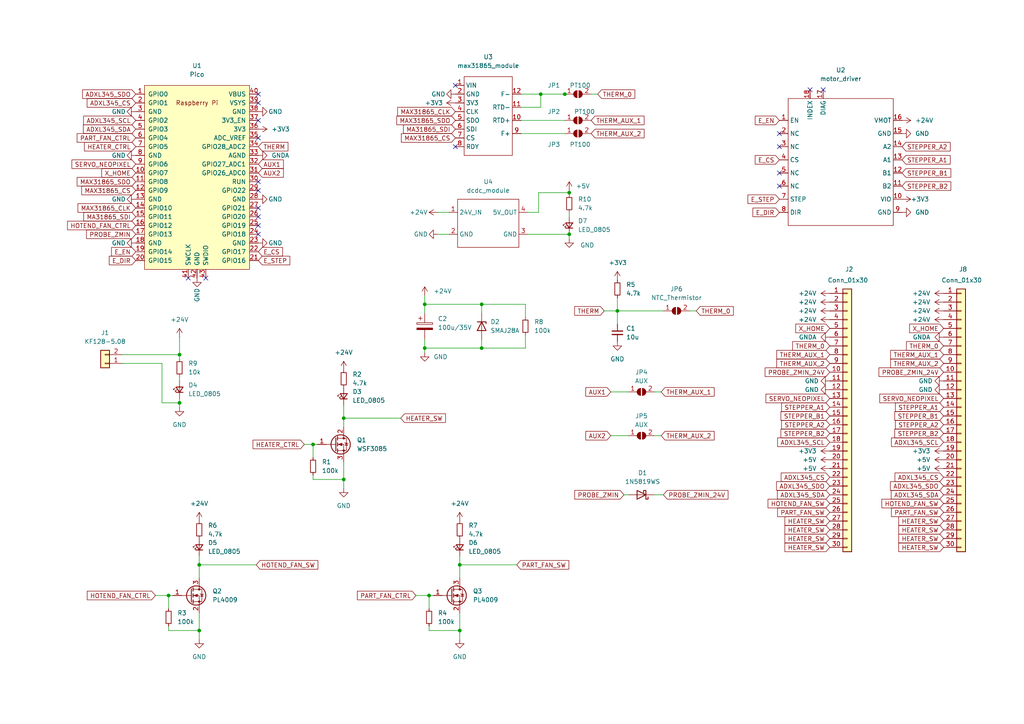
<source format=kicad_sch>
(kicad_sch (version 20211123) (generator eeschema)
  (paper "A4")
  (lib_symbols
    (symbol "Conn_01x02_1" (pin_names (offset 1.016) hide)
      (property "Reference" "J1" (at 0 6.35 0))
      (property "Value" "24VIN" (at 0 3.81 0))
      (symbol "Conn_01x02_1_1_1"
        (pin power_out line (at -5.08 0 0) (length 3.81) (name "Pin_1") (number "1"))
        (pin power_out line (at -5.08 -2.54 0) (length 3.81) (name "Pin_2") (number "2"))
      )
    )
    (symbol "Connector_Generic:Conn_01x30" (pin_names (offset 1.016) hide)
      (property "Reference" "J" (at 0 38.1 0))
      (property "Value" "Conn_01x30" (at 0 -40.64 0))
      (symbol "Conn_01x30_1_1"
        (pin passive line (at -5.08 35.56 0) (length 3.81) (name "Pin_1") (number "1"))
        (pin passive line (at -5.08 12.7 0) (length 3.81) (name "Pin_10") (number "10"))
        (pin passive line (at -5.08 10.16 0) (length 3.81) (name "Pin_11") (number "11"))
        (pin passive line (at -5.08 7.62 0) (length 3.81) (name "Pin_12") (number "12"))
        (pin passive line (at -5.08 5.08 0) (length 3.81) (name "Pin_13") (number "13"))
        (pin passive line (at -5.08 2.54 0) (length 3.81) (name "Pin_14") (number "14"))
        (pin passive line (at -5.08 0 0) (length 3.81) (name "Pin_15") (number "15"))
        (pin passive line (at -5.08 -2.54 0) (length 3.81) (name "Pin_16") (number "16"))
        (pin passive line (at -5.08 -5.08 0) (length 3.81) (name "Pin_17") (number "17"))
        (pin passive line (at -5.08 -7.62 0) (length 3.81) (name "Pin_18") (number "18"))
        (pin passive line (at -5.08 -10.16 0) (length 3.81) (name "Pin_19") (number "19"))
        (pin passive line (at -5.08 33.02 0) (length 3.81) (name "Pin_2") (number "2"))
        (pin passive line (at -5.08 -12.7 0) (length 3.81) (name "Pin_20") (number "20"))
        (pin passive line (at -5.08 -15.24 0) (length 3.81) (name "Pin_21") (number "21"))
        (pin passive line (at -5.08 -17.78 0) (length 3.81) (name "Pin_22") (number "22"))
        (pin passive line (at -5.08 -20.32 0) (length 3.81) (name "Pin_23") (number "23"))
        (pin passive line (at -5.08 -22.86 0) (length 3.81) (name "Pin_24") (number "24"))
        (pin passive line (at -5.08 -25.4 0) (length 3.81) (name "Pin_25") (number "25"))
        (pin passive line (at -5.08 -27.94 0) (length 3.81) (name "Pin_26") (number "26"))
        (pin passive line (at -5.08 -30.48 0) (length 3.81) (name "Pin_27") (number "27"))
        (pin passive line (at -5.08 -33.02 0) (length 3.81) (name "Pin_28") (number "28"))
        (pin passive line (at -5.08 -35.56 0) (length 3.81) (name "Pin_29") (number "29"))
        (pin passive line (at -5.08 30.48 0) (length 3.81) (name "Pin_3") (number "3"))
        (pin passive line (at -5.08 -38.1 0) (length 3.81) (name "Pin_30") (number "30"))
        (pin passive line (at -5.08 27.94 0) (length 3.81) (name "Pin_4") (number "4"))
        (pin passive line (at -5.08 25.4 0) (length 3.81) (name "Pin_5") (number "5"))
        (pin passive line (at -5.08 22.86 0) (length 3.81) (name "Pin_6") (number "6"))
        (pin passive line (at -5.08 20.32 0) (length 3.81) (name "Pin_7") (number "7"))
        (pin passive line (at -5.08 17.78 0) (length 3.81) (name "Pin_8") (number "8"))
        (pin passive line (at -5.08 15.24 0) (length 3.81) (name "Pin_9") (number "9"))
      )
    )
    (symbol "Device:C_Polarized" (pin_numbers hide) (pin_names (offset 0.254))
      (property "Reference" "C" (at 0.635 2.54 0))
      (property "Value" "C_Polarized" (at 0.635 -2.54 0))
      (symbol "C_Polarized_1_1"
        (pin passive line (at 0 3.81 270) (length 2.794) (name "~") (number "1"))
        (pin passive line (at 0 -3.81 90) (length 2.794) (name "~") (number "2"))
      )
    )
    (symbol "Device:C_Small" (pin_numbers hide) (pin_names (offset 0.254) hide)
      (property "Reference" "C" (at 0.254 1.778 0))
      (property "Value" "C_Small" (at 0.254 -2.032 0))
      (symbol "C_Small_1_1"
        (pin passive line (at 0 2.54 270) (length 2.032) (name "~") (number "1"))
        (pin passive line (at 0 -2.54 90) (length 2.032) (name "~") (number "2"))
      )
    )
    (symbol "Device:D_Schottky" (pin_numbers hide) (pin_names (offset 1.016) hide)
      (property "Reference" "D" (at 0 2.54 0))
      (property "Value" "D_Schottky" (at 0 -2.54 0))
      (symbol "D_Schottky_1_1"
        (pin passive line (at -3.81 0 0) (length 2.54) (name "K") (number "1"))
        (pin passive line (at 3.81 0 180) (length 2.54) (name "A") (number "2"))
      )
    )
    (symbol "Device:D_Zener" (pin_numbers hide) (pin_names (offset 1.016) hide)
      (property "Reference" "D" (at 0 2.54 0))
      (property "Value" "D_Zener" (at 0 -2.54 0))
      (symbol "D_Zener_1_1"
        (pin passive line (at -3.81 0 0) (length 2.54) (name "K") (number "1"))
        (pin passive line (at 3.81 0 180) (length 2.54) (name "A") (number "2"))
      )
    )
    (symbol "Device:LED_Small" (pin_numbers hide) (pin_names (offset 0.254) hide)
      (property "Reference" "D" (at -1.27 3.175 0))
      (property "Value" "LED_Small" (at -4.445 -2.54 0))
      (symbol "LED_Small_1_1"
        (pin passive line (at -2.54 0 0) (length 1.778) (name "K") (number "1"))
        (pin passive line (at 2.54 0 180) (length 1.778) (name "A") (number "2"))
      )
    )
    (symbol "Device:Q_NMOS_GDS" (pin_names (offset 0) hide)
      (property "Reference" "Q" (at 5.08 1.27 0))
      (property "Value" "Q_NMOS_GDS" (at 5.08 -1.27 0))
      (symbol "Q_NMOS_GDS_1_1"
        (pin input line (at -5.08 0 0) (length 2.54) (name "G") (number "1"))
        (pin passive line (at 2.54 5.08 270) (length 2.54) (name "D") (number "2"))
        (pin passive line (at 2.54 -5.08 90) (length 2.54) (name "S") (number "3"))
      )
    )
    (symbol "Device:Q_NMOS_GSD" (pin_names (offset 0) hide)
      (property "Reference" "Q" (at 5.08 1.27 0))
      (property "Value" "Q_NMOS_GSD" (at 5.08 -1.27 0))
      (symbol "Q_NMOS_GSD_1_1"
        (pin input line (at -5.08 0 0) (length 2.54) (name "G") (number "1"))
        (pin passive line (at 2.54 -5.08 90) (length 2.54) (name "S") (number "2"))
        (pin passive line (at 2.54 5.08 270) (length 2.54) (name "D") (number "3"))
      )
    )
    (symbol "Device:R_Small" (pin_numbers hide) (pin_names (offset 0.254) hide)
      (property "Reference" "R" (at 0.762 0.508 0))
      (property "Value" "R_Small" (at 0.762 -1.016 0))
      (symbol "R_Small_1_1"
        (pin passive line (at 0 2.54 270) (length 0.762) (name "~") (number "1"))
        (pin passive line (at 0 -2.54 90) (length 0.762) (name "~") (number "2"))
      )
    )
    (symbol "Jumper:SolderJumper_2_Open" (pin_names (offset 0) hide)
      (property "Reference" "JP" (at 0 2.032 0))
      (property "Value" "SolderJumper_2_Open" (at 0 -2.54 0))
      (symbol "SolderJumper_2_Open_1_1"
        (pin passive line (at -3.81 0 0) (length 2.54) (name "A") (number "1"))
        (pin passive line (at 3.81 0 180) (length 2.54) (name "B") (number "2"))
      )
    )
    (symbol "RPi_Pico:Pico" (pin_names (offset 1.016))
      (property "Reference" "U" (at -13.97 27.94 0))
      (property "Value" "Pico" (at 0 19.05 0))
      (symbol "Pico_0_0"
        (text "Raspberry Pi" (at 0 21.59 0) (effects (font (size 1.27 1.27))))
      )
      (symbol "Pico_1_1"
        (pin bidirectional line (at -17.78 24.13 0) (length 2.54) (name "GPIO0") (number "1"))
        (pin bidirectional line (at -17.78 1.27 0) (length 2.54) (name "GPIO7") (number "10"))
        (pin bidirectional line (at -17.78 -1.27 0) (length 2.54) (name "GPIO8") (number "11"))
        (pin bidirectional line (at -17.78 -3.81 0) (length 2.54) (name "GPIO9") (number "12"))
        (pin power_in line (at -17.78 -6.35 0) (length 2.54) (name "GND") (number "13"))
        (pin bidirectional line (at -17.78 -8.89 0) (length 2.54) (name "GPIO10") (number "14"))
        (pin bidirectional line (at -17.78 -11.43 0) (length 2.54) (name "GPIO11") (number "15"))
        (pin bidirectional line (at -17.78 -13.97 0) (length 2.54) (name "GPIO12") (number "16"))
        (pin bidirectional line (at -17.78 -16.51 0) (length 2.54) (name "GPIO13") (number "17"))
        (pin power_in line (at -17.78 -19.05 0) (length 2.54) (name "GND") (number "18"))
        (pin bidirectional line (at -17.78 -21.59 0) (length 2.54) (name "GPIO14") (number "19"))
        (pin bidirectional line (at -17.78 21.59 0) (length 2.54) (name "GPIO1") (number "2"))
        (pin bidirectional line (at -17.78 -24.13 0) (length 2.54) (name "GPIO15") (number "20"))
        (pin bidirectional line (at 17.78 -24.13 180) (length 2.54) (name "GPIO16") (number "21"))
        (pin bidirectional line (at 17.78 -21.59 180) (length 2.54) (name "GPIO17") (number "22"))
        (pin power_in line (at 17.78 -19.05 180) (length 2.54) (name "GND") (number "23"))
        (pin bidirectional line (at 17.78 -16.51 180) (length 2.54) (name "GPIO18") (number "24"))
        (pin bidirectional line (at 17.78 -13.97 180) (length 2.54) (name "GPIO19") (number "25"))
        (pin bidirectional line (at 17.78 -11.43 180) (length 2.54) (name "GPIO20") (number "26"))
        (pin bidirectional line (at 17.78 -8.89 180) (length 2.54) (name "GPIO21") (number "27"))
        (pin power_in line (at 17.78 -6.35 180) (length 2.54) (name "GND") (number "28"))
        (pin bidirectional line (at 17.78 -3.81 180) (length 2.54) (name "GPIO22") (number "29"))
        (pin power_in line (at -17.78 19.05 0) (length 2.54) (name "GND") (number "3"))
        (pin input line (at 17.78 -1.27 180) (length 2.54) (name "RUN") (number "30"))
        (pin bidirectional line (at 17.78 1.27 180) (length 2.54) (name "GPIO26_ADC0") (number "31"))
        (pin bidirectional line (at 17.78 3.81 180) (length 2.54) (name "GPIO27_ADC1") (number "32"))
        (pin power_in line (at 17.78 6.35 180) (length 2.54) (name "AGND") (number "33"))
        (pin bidirectional line (at 17.78 8.89 180) (length 2.54) (name "GPIO28_ADC2") (number "34"))
        (pin unspecified line (at 17.78 11.43 180) (length 2.54) (name "ADC_VREF") (number "35"))
        (pin unspecified line (at 17.78 13.97 180) (length 2.54) (name "3V3") (number "36"))
        (pin input line (at 17.78 16.51 180) (length 2.54) (name "3V3_EN") (number "37"))
        (pin bidirectional line (at 17.78 19.05 180) (length 2.54) (name "GND") (number "38"))
        (pin unspecified line (at 17.78 21.59 180) (length 2.54) (name "VSYS") (number "39"))
        (pin bidirectional line (at -17.78 16.51 0) (length 2.54) (name "GPIO2") (number "4"))
        (pin unspecified line (at 17.78 24.13 180) (length 2.54) (name "VBUS") (number "40"))
        (pin input line (at -2.54 -29.21 90) (length 2.54) (name "SWCLK") (number "41"))
        (pin power_in line (at 0 -29.21 90) (length 2.54) (name "GND") (number "42"))
        (pin bidirectional line (at 2.54 -29.21 90) (length 2.54) (name "SWDIO") (number "43"))
        (pin bidirectional line (at -17.78 13.97 0) (length 2.54) (name "GPIO3") (number "5"))
        (pin bidirectional line (at -17.78 11.43 0) (length 2.54) (name "GPIO4") (number "6"))
        (pin bidirectional line (at -17.78 8.89 0) (length 2.54) (name "GPIO5") (number "7"))
        (pin power_in line (at -17.78 6.35 0) (length 2.54) (name "GND") (number "8"))
        (pin bidirectional line (at -17.78 3.81 0) (length 2.54) (name "GPIO6") (number "9"))
      )
    )
    (symbol "ffc_mcu_library:dcdc_module"
      (property "Reference" "U" (at 0 10.16 0))
      (property "Value" "dcdc_module" (at 0 7.62 0))
      (symbol "dcdc_module_1_1"
        (pin unspecified line (at -11.43 1.27 0) (length 2.54) (name "24V_IN") (number "1"))
        (pin unspecified line (at -11.43 -5.08 0) (length 2.54) (name "GND") (number "2"))
        (pin unspecified line (at 11.43 -5.08 180) (length 2.54) (name "GND") (number "3"))
        (pin unspecified line (at 11.43 1.27 180) (length 2.54) (name "5V_OUT") (number "4"))
      )
    )
    (symbol "ffc_mcu_library:max31865_module"
      (property "Reference" "U" (at 0 8.89 0))
      (property "Value" "max31865_module" (at 0 -19.05 0))
      (symbol "max31865_module_1_1"
        (pin power_in line (at -8.89 3.81 0) (length 2.54) (name "VIN") (number "1"))
        (pin input line (at 10.16 -6.35 180) (length 2.54) (name "RTD+") (number "10"))
        (pin input line (at 10.16 -2.54 180) (length 2.54) (name "RTD-") (number "11"))
        (pin input line (at 10.16 1.27 180) (length 2.54) (name "F-") (number "12"))
        (pin power_in line (at -8.89 1.27 0) (length 2.54) (name "GND") (number "2"))
        (pin power_in line (at -8.89 -1.27 0) (length 2.54) (name "3V3") (number "3"))
        (pin input line (at -8.89 -3.81 0) (length 2.54) (name "CLK") (number "4"))
        (pin output line (at -8.89 -6.35 0) (length 2.54) (name "SDO") (number "5"))
        (pin input line (at -8.89 -8.89 0) (length 2.54) (name "SDI") (number "6"))
        (pin input line (at -8.89 -11.43 0) (length 2.54) (name "CS") (number "7"))
        (pin input line (at -8.89 -13.97 0) (length 2.54) (name "RDY") (number "8"))
        (pin input line (at 10.16 -10.16 180) (length 2.54) (name "F+") (number "9"))
      )
    )
    (symbol "ffc_mcu_library:motor_driver"
      (property "Reference" "U" (at 0 2.54 0))
      (property "Value" "motor_driver" (at 0 -1.27 0))
      (symbol "motor_driver_1_1"
        (pin unspecified line (at -17.78 12.7 0) (length 2.54) (name "EN") (number "1"))
        (pin power_in line (at 17.78 -10.16 180) (length 2.54) (name "VIO") (number "10"))
        (pin output line (at 17.78 -6.35 180) (length 2.54) (name "B2") (number "11"))
        (pin output line (at 17.78 -2.54 180) (length 2.54) (name "B1") (number "12"))
        (pin output line (at 17.78 1.27 180) (length 2.54) (name "A1") (number "13"))
        (pin output line (at 17.78 5.08 180) (length 2.54) (name "A2") (number "14"))
        (pin unspecified line (at 17.78 8.89 180) (length 2.54) (name "GND") (number "15"))
        (pin power_in line (at 17.78 12.7 180) (length 2.54) (name "VMOT") (number "16"))
        (pin unspecified line (at -5.08 21.59 270) (length 2.54) (name "DIAG") (number "17"))
        (pin unspecified line (at -8.89 21.59 270) (length 2.54) (name "INDEX") (number "18"))
        (pin unspecified line (at -17.78 8.89 0) (length 2.54) (name "NC") (number "2"))
        (pin unspecified line (at -17.78 5.08 0) (length 2.54) (name "NC") (number "3"))
        (pin unspecified line (at -17.78 1.27 0) (length 2.54) (name "CS") (number "4"))
        (pin unspecified line (at -17.78 -2.54 0) (length 2.54) (name "NC") (number "5"))
        (pin unspecified line (at -17.78 -6.35 0) (length 2.54) (name "NC") (number "6"))
        (pin unspecified line (at -17.78 -10.16 0) (length 2.54) (name "STEP") (number "7"))
        (pin unspecified line (at -17.78 -13.97 0) (length 2.54) (name "DIR") (number "8"))
        (pin unspecified line (at 17.78 -13.97 180) (length 2.54) (name "GND") (number "9"))
      )
    )
    (symbol "power:+24V" (power) (pin_names (offset 0))
      (property "Value" "+24V" (at 0 3.556 0))
      (symbol "+24V_1_1"
        (pin power_in line (at 0 0 90) (length 0) hide (name "+24V") (number "1"))
      )
    )
    (symbol "power:+3.3V" (power) (pin_names (offset 0))
      (property "Value" "+3.3V" (at 0 3.556 0))
      (symbol "+3.3V_1_1"
        (pin power_in line (at 0 0 90) (length 0) hide (name "+3V3") (number "1"))
      )
    )
    (symbol "power:+5V" (power) (pin_names (offset 0))
      (property "Value" "+5V" (at 0 3.556 0))
      (symbol "+5V_1_1"
        (pin power_in line (at 0 0 90) (length 0) hide (name "+5V") (number "1"))
      )
    )
    (symbol "power:GND" (power) (pin_names (offset 0))
      (property "Value" "GND" (at 0 -3.81 0))
      (symbol "GND_1_1"
        (pin power_in line (at 0 0 270) (length 0) hide (name "GND") (number "1"))
      )
    )
    (symbol "power:GNDA" (power) (pin_names (offset 0))
      (property "Value" "GNDA" (at 0 -3.81 0))
      (symbol "GNDA_1_1"
        (pin power_in line (at 0 0 270) (length 0) hide (name "GNDA") (number "1"))
      )
    )
  )
  (junction (at 179.07 90.17))
  (junction (at 99.695 121.285))
  (junction (at 48.895 172.72))
  (junction (at 139.7 88.265))
  (junction (at 123.19 88.265))
  (junction (at 156.845 27.305))
  (junction (at 165.1 55.88))
  (junction (at 52.07 116.84))
  (junction (at 123.19 100.965))
  (junction (at 163.83 27.305))
  (junction (at 52.07 102.87))
  (junction (at 133.35 182.88))
  (junction (at 133.35 163.83))
  (junction (at 57.785 163.83))
  (junction (at 99.695 139.065))
  (junction (at 165.1 67.945))
  (junction (at 124.46 172.72))
  (junction (at 57.785 182.88))
  (junction (at 90.805 128.905))
  (junction (at 139.7 100.965))
  (no_connect (at 238.76 26.035))
  (no_connect (at 234.95 26.035))
  (no_connect (at 132.08 24.765))
  (no_connect (at 132.08 42.545))
  (no_connect (at 226.06 38.735))
  (no_connect (at 226.06 42.545))
  (no_connect (at 226.06 50.165))
  (no_connect (at 226.06 53.975))
  (no_connect (at 54.61 80.645))
  (no_connect (at 59.69 80.645))
  (no_connect (at 74.93 34.925))
  (no_connect (at 74.93 29.845))
  (no_connect (at 74.93 27.305))
  (no_connect (at 74.93 40.005))
  (no_connect (at 74.93 52.705))
  (no_connect (at 74.93 55.245))
  (no_connect (at 74.93 60.325))
  (no_connect (at 74.93 62.865))
  (no_connect (at 74.93 65.405))
  (no_connect (at 74.93 67.945))
  (wire (pts (xy 152.4 88.265) (xy 152.4 92.075)))
  (wire (pts (xy 179.07 90.17) (xy 192.405 90.17)))
  (wire (pts (xy 165.1 55.245) (xy 165.1 55.88)))
  (wire (pts (xy 52.07 102.87) (xy 52.07 104.14)))
  (wire (pts (xy 48.895 182.88) (xy 57.785 182.88)))
  (wire (pts (xy 152.4 97.155) (xy 152.4 100.965)))
  (wire (pts (xy 57.785 163.83) (xy 74.295 163.83)))
  (wire (pts (xy 52.07 116.84) (xy 52.07 118.11)))
  (wire (pts (xy 133.35 177.8) (xy 133.35 182.88)))
  (wire (pts (xy 124.46 182.88) (xy 133.35 182.88)))
  (wire (pts (xy 156.21 55.88) (xy 156.21 61.595)))
  (wire (pts (xy 189.865 143.51) (xy 192.405 143.51)))
  (wire (pts (xy 151.13 27.305) (xy 156.845 27.305)))
  (wire (pts (xy 153.035 67.945) (xy 165.1 67.945)))
  (wire (pts (xy 46.99 116.84) (xy 52.07 116.84)))
  (wire (pts (xy 179.07 86.36) (xy 179.07 90.17)))
  (wire (pts (xy 45.085 172.72) (xy 48.895 172.72)))
  (wire (pts (xy 177.165 126.365) (xy 182.245 126.365)))
  (wire (pts (xy 200.025 90.17) (xy 201.93 90.17)))
  (wire (pts (xy 180.975 143.51) (xy 182.245 143.51)))
  (wire (pts (xy 139.7 100.965) (xy 123.19 100.965)))
  (wire (pts (xy 52.07 115.57) (xy 52.07 116.84)))
  (wire (pts (xy 123.19 100.965) (xy 123.19 102.235)))
  (wire (pts (xy 133.35 163.83) (xy 133.35 161.29)))
  (wire (pts (xy 151.13 34.925) (xy 163.83 34.925)))
  (wire (pts (xy 35.56 102.87) (xy 52.07 102.87)))
  (wire (pts (xy 90.805 137.795) (xy 90.805 139.065)))
  (wire (pts (xy 120.65 172.72) (xy 124.46 172.72)))
  (wire (pts (xy 133.35 182.88) (xy 133.35 185.42)))
  (wire (pts (xy 57.785 177.8) (xy 57.785 182.88)))
  (wire (pts (xy 124.46 172.72) (xy 124.46 176.53)))
  (wire (pts (xy 189.865 126.365) (xy 191.77 126.365)))
  (wire (pts (xy 52.07 109.22) (xy 52.07 110.49)))
  (wire (pts (xy 165.1 67.945) (xy 165.1 69.215)))
  (wire (pts (xy 46.99 105.41) (xy 46.99 116.84)))
  (wire (pts (xy 151.13 31.115) (xy 156.845 31.115)))
  (wire (pts (xy 152.4 100.965) (xy 139.7 100.965)))
  (wire (pts (xy 48.895 172.72) (xy 48.895 176.53)))
  (wire (pts (xy 123.19 98.425) (xy 123.19 100.965)))
  (wire (pts (xy 139.7 88.265) (xy 139.7 90.805)))
  (wire (pts (xy 99.695 133.985) (xy 99.695 139.065)))
  (wire (pts (xy 165.1 55.88) (xy 165.1 56.515)))
  (wire (pts (xy 124.46 172.72) (xy 125.73 172.72)))
  (wire (pts (xy 177.165 113.665) (xy 182.245 113.665)))
  (wire (pts (xy 124.46 181.61) (xy 124.46 182.88)))
  (wire (pts (xy 151.13 38.735) (xy 163.83 38.735)))
  (wire (pts (xy 133.35 163.83) (xy 149.86 163.83)))
  (wire (pts (xy 163.83 27.305) (xy 164.465 27.305)))
  (wire (pts (xy 52.07 102.87) (xy 52.07 97.79)))
  (wire (pts (xy 156.845 27.305) (xy 163.83 27.305)))
  (wire (pts (xy 88.265 128.905) (xy 90.805 128.905)))
  (wire (pts (xy 123.19 88.265) (xy 123.19 90.805)))
  (wire (pts (xy 57.785 182.88) (xy 57.785 185.42)))
  (wire (pts (xy 99.695 121.285) (xy 99.695 123.825)))
  (wire (pts (xy 90.805 139.065) (xy 99.695 139.065)))
  (wire (pts (xy 171.45 27.305) (xy 173.355 27.305)))
  (wire (pts (xy 189.865 113.665) (xy 191.77 113.665)))
  (wire (pts (xy 90.805 128.905) (xy 92.075 128.905)))
  (wire (pts (xy 123.19 88.265) (xy 139.7 88.265)))
  (wire (pts (xy 90.805 128.905) (xy 90.805 132.715)))
  (wire (pts (xy 127 67.945) (xy 130.175 67.945)))
  (wire (pts (xy 48.895 181.61) (xy 48.895 182.88)))
  (wire (pts (xy 99.695 117.475) (xy 99.695 121.285)))
  (wire (pts (xy 99.695 121.285) (xy 116.205 121.285)))
  (wire (pts (xy 133.35 163.83) (xy 133.35 167.64)))
  (wire (pts (xy 35.56 105.41) (xy 46.99 105.41)))
  (wire (pts (xy 57.785 163.83) (xy 57.785 161.29)))
  (wire (pts (xy 139.7 88.265) (xy 152.4 88.265)))
  (wire (pts (xy 156.845 27.305) (xy 156.845 31.115)))
  (wire (pts (xy 175.26 90.17) (xy 179.07 90.17)))
  (wire (pts (xy 165.1 55.88) (xy 156.21 55.88)))
  (wire (pts (xy 48.895 172.72) (xy 50.165 172.72)))
  (wire (pts (xy 127 61.595) (xy 130.175 61.595)))
  (wire (pts (xy 139.7 98.425) (xy 139.7 100.965)))
  (wire (pts (xy 153.035 61.595) (xy 156.21 61.595)))
  (wire (pts (xy 165.1 61.595) (xy 165.1 62.865)))
  (wire (pts (xy 99.695 139.065) (xy 99.695 141.605)))
  (wire (pts (xy 179.07 90.17) (xy 179.07 93.98)))
  (wire (pts (xy 57.785 163.83) (xy 57.785 167.64)))
  (wire (pts (xy 123.19 85.725) (xy 123.19 88.265)))
  (global_label "SERVO_NEOPIXEL" (shape input) (at 39.37 47.625 180) (property "Intersheet References" "${INTERSHEET_REFS}" (effects hide)))
  (global_label "STEPPER_A1" (shape input) (at 273.685 118.11 180) (property "Intersheet References" "${INTERSHEET_REFS}" (effects hide)))
  (global_label "THERM_0" (shape input) (at 201.93 90.17 0) (property "Intersheet References" "${INTERSHEET_REFS}" (effects hide)))
  (global_label "HEATER_SW" (shape input) (at 273.685 158.75 180) (property "Intersheet References" "${INTERSHEET_REFS}" (effects hide)))
  (global_label "PART_FAN_SW" (shape input) (at 273.685 148.59 180) (property "Intersheet References" "${INTERSHEET_REFS}" (effects hide)))
  (global_label "HEATER_SW" (shape input) (at 116.205 121.285 0) (property "Intersheet References" "${INTERSHEET_REFS}" (effects hide)))
  (global_label "E_STEP" (shape input) (at 74.93 75.565 0) (property "Intersheet References" "${INTERSHEET_REFS}" (effects hide)))
  (global_label "STEPPER_A2" (shape input) (at 273.685 123.19 180) (property "Intersheet References" "${INTERSHEET_REFS}" (effects hide)))
  (global_label "SERVO_NEOPIXEL" (shape input) (at 273.685 115.57 180) (property "Intersheet References" "${INTERSHEET_REFS}" (effects hide)))
  (global_label "ADXL345_SCL" (shape input) (at 273.685 128.27 180) (property "Intersheet References" "${INTERSHEET_REFS}" (effects hide)))
  (global_label "MA31865_SDI" (shape input) (at 132.08 37.465 180) (property "Intersheet References" "${INTERSHEET_REFS}" (effects hide)))
  (global_label "HEATER_SW" (shape input) (at 240.665 156.21 180) (property "Intersheet References" "${INTERSHEET_REFS}" (effects hide)))
  (global_label "X_HOME" (shape input) (at 39.37 50.165 180) (property "Intersheet References" "${INTERSHEET_REFS}" (effects hide)))
  (global_label "THERM" (shape input) (at 175.26 90.17 180) (property "Intersheet References" "${INTERSHEET_REFS}" (effects hide)))
  (global_label "THERM_AUX_1" (shape input) (at 240.665 102.87 180) (property "Intersheet References" "${INTERSHEET_REFS}" (effects hide)))
  (global_label "PROBE_ZMIN_24V" (shape input) (at 240.665 107.95 180) (property "Intersheet References" "${INTERSHEET_REFS}" (effects hide)))
  (global_label "THERM_AUX_1" (shape input) (at 191.77 113.665 0) (property "Intersheet References" "${INTERSHEET_REFS}" (effects hide)))
  (global_label "ADXL345_CS" (shape input) (at 240.665 138.43 180) (property "Intersheet References" "${INTERSHEET_REFS}" (effects hide)))
  (global_label "ADXL345_SDO" (shape input) (at 240.665 140.97 180) (property "Intersheet References" "${INTERSHEET_REFS}" (effects hide)))
  (global_label "HOTEND_FAN_SW" (shape input) (at 273.685 146.05 180) (property "Intersheet References" "${INTERSHEET_REFS}" (effects hide)))
  (global_label "HEATER_SW" (shape input) (at 240.665 151.13 180) (property "Intersheet References" "${INTERSHEET_REFS}" (effects hide)))
  (global_label "MAX31865_SDO" (shape input) (at 132.08 34.925 180) (property "Intersheet References" "${INTERSHEET_REFS}" (effects hide)))
  (global_label "AUX2" (shape input) (at 74.93 50.165 0) (property "Intersheet References" "${INTERSHEET_REFS}" (effects hide)))
  (global_label "ADXL345_SDA" (shape input) (at 39.37 37.465 180) (property "Intersheet References" "${INTERSHEET_REFS}" (effects hide)))
  (global_label "E_DIR" (shape input) (at 226.06 61.595 180) (property "Intersheet References" "${INTERSHEET_REFS}" (effects hide)))
  (global_label "THERM_AUX_2" (shape input) (at 171.45 38.735 0) (property "Intersheet References" "${INTERSHEET_REFS}" (effects hide)))
  (global_label "ADXL345_CS" (shape input) (at 273.685 138.43 180) (property "Intersheet References" "${INTERSHEET_REFS}" (effects hide)))
  (global_label "MAX31865_SDO" (shape input) (at 39.37 52.705 180) (property "Intersheet References" "${INTERSHEET_REFS}" (effects hide)))
  (global_label "PART_FAN_SW" (shape input) (at 149.86 163.83 0) (property "Intersheet References" "${INTERSHEET_REFS}" (effects hide)))
  (global_label "THERM" (shape input) (at 74.93 42.545 0) (property "Intersheet References" "${INTERSHEET_REFS}" (effects hide)))
  (global_label "E_EN" (shape input) (at 226.06 34.925 180) (property "Intersheet References" "${INTERSHEET_REFS}" (effects hide)))
  (global_label "AUX2" (shape input) (at 177.165 126.365 180) (property "Intersheet References" "${INTERSHEET_REFS}" (effects hide)))
  (global_label "THERM_AUX_2" (shape input) (at 191.77 126.365 0) (property "Intersheet References" "${INTERSHEET_REFS}" (effects hide)))
  (global_label "ADXL345_SDA" (shape input) (at 273.685 143.51 180) (property "Intersheet References" "${INTERSHEET_REFS}" (effects hide)))
  (global_label "ADXL345_SDO" (shape input) (at 273.685 140.97 180) (property "Intersheet References" "${INTERSHEET_REFS}" (effects hide)))
  (global_label "PROBE_ZMIN_24V" (shape input) (at 273.685 107.95 180) (property "Intersheet References" "${INTERSHEET_REFS}" (effects hide)))
  (global_label "THERM_AUX_2" (shape input) (at 273.685 105.41 180) (property "Intersheet References" "${INTERSHEET_REFS}" (effects hide)))
  (global_label "HOTEND_FAN_SW" (shape input) (at 240.665 146.05 180) (property "Intersheet References" "${INTERSHEET_REFS}" (effects hide)))
  (global_label "HEATER_SW" (shape input) (at 273.685 153.67 180) (property "Intersheet References" "${INTERSHEET_REFS}" (effects hide)))
  (global_label "MAX31865_CS" (shape input) (at 132.08 40.005 180) (property "Intersheet References" "${INTERSHEET_REFS}" (effects hide)))
  (global_label "STEPPER_B2" (shape input) (at 261.62 53.975 0) (property "Intersheet References" "${INTERSHEET_REFS}" (effects hide)))
  (global_label "HEATER_SW" (shape input) (at 273.685 156.21 180) (property "Intersheet References" "${INTERSHEET_REFS}" (effects hide)))
  (global_label "STEPPER_B1" (shape input) (at 273.685 120.65 180) (property "Intersheet References" "${INTERSHEET_REFS}" (effects hide)))
  (global_label "PROBE_ZMIN" (shape input) (at 180.975 143.51 180) (property "Intersheet References" "${INTERSHEET_REFS}" (effects hide)))
  (global_label "HOTEND_FAN_CTRL" (shape input) (at 45.085 172.72 180) (property "Intersheet References" "${INTERSHEET_REFS}" (effects hide)))
  (global_label "E_CS" (shape input) (at 74.93 73.025 0) (property "Intersheet References" "${INTERSHEET_REFS}" (effects hide)))
  (global_label "PART_FAN_CTRL" (shape input) (at 120.65 172.72 180) (property "Intersheet References" "${INTERSHEET_REFS}" (effects hide)))
  (global_label "STEPPER_A1" (shape input) (at 261.62 46.355 0) (property "Intersheet References" "${INTERSHEET_REFS}" (effects hide)))
  (global_label "ADXL345_SCL" (shape input) (at 240.665 128.27 180) (property "Intersheet References" "${INTERSHEET_REFS}" (effects hide)))
  (global_label "ADXL345_SDA" (shape input) (at 240.665 143.51 180) (property "Intersheet References" "${INTERSHEET_REFS}" (effects hide)))
  (global_label "PROBE_ZMIN" (shape input) (at 39.37 67.945 180) (property "Intersheet References" "${INTERSHEET_REFS}" (effects hide)))
  (global_label "MA31865_SDI" (shape input) (at 39.37 62.865 180) (property "Intersheet References" "${INTERSHEET_REFS}" (effects hide)))
  (global_label "HEATER_SW" (shape input) (at 273.685 151.13 180) (property "Intersheet References" "${INTERSHEET_REFS}" (effects hide)))
  (global_label "HEATER_SW" (shape input) (at 240.665 153.67 180) (property "Intersheet References" "${INTERSHEET_REFS}" (effects hide)))
  (global_label "STEPPER_B1" (shape input) (at 240.665 120.65 180) (property "Intersheet References" "${INTERSHEET_REFS}" (effects hide)))
  (global_label "THERM_0" (shape input) (at 173.355 27.305 0) (property "Intersheet References" "${INTERSHEET_REFS}" (effects hide)))
  (global_label "MAX31865_CLK" (shape input) (at 39.37 60.325 180) (property "Intersheet References" "${INTERSHEET_REFS}" (effects hide)))
  (global_label "E_STEP" (shape input) (at 226.06 57.785 180) (property "Intersheet References" "${INTERSHEET_REFS}" (effects hide)))
  (global_label "E_DIR" (shape input) (at 39.37 75.565 180) (property "Intersheet References" "${INTERSHEET_REFS}" (effects hide)))
  (global_label "X_HOME" (shape input) (at 240.665 95.25 180) (property "Intersheet References" "${INTERSHEET_REFS}" (effects hide)))
  (global_label "STEPPER_A2" (shape input) (at 261.62 42.545 0) (property "Intersheet References" "${INTERSHEET_REFS}" (effects hide)))
  (global_label "THERM_0" (shape input) (at 273.685 100.33 180) (property "Intersheet References" "${INTERSHEET_REFS}" (effects hide)))
  (global_label "HOTEND_FAN_CTRL" (shape input) (at 39.37 65.405 180) (property "Intersheet References" "${INTERSHEET_REFS}" (effects hide)))
  (global_label "E_CS" (shape input) (at 226.06 46.355 180) (property "Intersheet References" "${INTERSHEET_REFS}" (effects hide)))
  (global_label "PART_FAN_CTRL" (shape input) (at 39.37 40.005 180) (property "Intersheet References" "${INTERSHEET_REFS}" (effects hide)))
  (global_label "AUX1" (shape input) (at 74.93 47.625 0) (property "Intersheet References" "${INTERSHEET_REFS}" (effects hide)))
  (global_label "AUX1" (shape input) (at 177.165 113.665 180) (property "Intersheet References" "${INTERSHEET_REFS}" (effects hide)))
  (global_label "ADXL345_SCL" (shape input) (at 39.37 34.925 180) (property "Intersheet References" "${INTERSHEET_REFS}" (effects hide)))
  (global_label "ADXL345_SDO" (shape input) (at 39.37 27.305 180) (property "Intersheet References" "${INTERSHEET_REFS}" (effects hide)))
  (global_label "HEATER_CTRL" (shape input) (at 39.37 42.545 180) (property "Intersheet References" "${INTERSHEET_REFS}" (effects hide)))
  (global_label "X_HOME" (shape input) (at 273.685 95.25 180) (property "Intersheet References" "${INTERSHEET_REFS}" (effects hide)))
  (global_label "STEPPER_B2" (shape input) (at 273.685 125.73 180) (property "Intersheet References" "${INTERSHEET_REFS}" (effects hide)))
  (global_label "STEPPER_A2" (shape input) (at 240.665 123.19 180) (property "Intersheet References" "${INTERSHEET_REFS}" (effects hide)))
  (global_label "HEATER_SW" (shape input) (at 240.665 158.75 180) (property "Intersheet References" "${INTERSHEET_REFS}" (effects hide)))
  (global_label "THERM_AUX_2" (shape input) (at 240.665 105.41 180) (property "Intersheet References" "${INTERSHEET_REFS}" (effects hide)))
  (global_label "HEATER_CTRL" (shape input) (at 88.265 128.905 180) (property "Intersheet References" "${INTERSHEET_REFS}" (effects hide)))
  (global_label "THERM_0" (shape input) (at 240.665 100.33 180) (property "Intersheet References" "${INTERSHEET_REFS}" (effects hide)))
  (global_label "PART_FAN_SW" (shape input) (at 240.665 148.59 180) (property "Intersheet References" "${INTERSHEET_REFS}" (effects hide)))
  (global_label "THERM_AUX_1" (shape input) (at 171.45 34.925 0) (property "Intersheet References" "${INTERSHEET_REFS}" (effects hide)))
  (global_label "MAX31865_CLK" (shape input) (at 132.08 32.385 180) (property "Intersheet References" "${INTERSHEET_REFS}" (effects hide)))
  (global_label "E_EN" (shape input) (at 39.37 73.025 180) (property "Intersheet References" "${INTERSHEET_REFS}" (effects hide)))
  (global_label "SERVO_NEOPIXEL" (shape input) (at 240.665 115.57 180) (property "Intersheet References" "${INTERSHEET_REFS}" (effects hide)))
  (global_label "PROBE_ZMIN_24V" (shape input) (at 192.405 143.51 0) (property "Intersheet References" "${INTERSHEET_REFS}" (effects hide)))
  (global_label "MAX31865_CS" (shape input) (at 39.37 55.245 180) (property "Intersheet References" "${INTERSHEET_REFS}" (effects hide)))
  (global_label "ADXL345_CS" (shape input) (at 39.37 29.845 180) (property "Intersheet References" "${INTERSHEET_REFS}" (effects hide)))
  (global_label "HOTEND_FAN_SW" (shape input) (at 74.295 163.83 0) (property "Intersheet References" "${INTERSHEET_REFS}" (effects hide)))
  (global_label "STEPPER_B2" (shape input) (at 240.665 125.73 180) (property "Intersheet References" "${INTERSHEET_REFS}" (effects hide)))
  (global_label "THERM_AUX_1" (shape input) (at 273.685 102.87 180) (property "Intersheet References" "${INTERSHEET_REFS}" (effects hide)))
  (global_label "STEPPER_A1" (shape input) (at 240.665 118.11 180) (property "Intersheet References" "${INTERSHEET_REFS}" (effects hide)))
  (global_label "STEPPER_B1" (shape input) (at 261.62 50.165 0) (property "Intersheet References" "${INTERSHEET_REFS}" (effects hide)))
  (symbol (lib_id "power:GND") (at 273.685 110.49 270) (unit 1)
    (property "Reference" "#PWR048" (effects hide))
    (property "Value" "GND" (at 270.51 110.4899 90) (effects (justify right)))
  )
  (symbol (lib_id "Device:D_Schottky") (at 186.055 143.51 180) (unit 1)
    (property "Reference" "D1" (at 186.3725 137.16 0))
    (property "Value" "1N5819WS" (at 186.3725 139.7 0))
    (property "Footprint" "Diode_SMD:D_SOD-323_HandSoldering" (effects hide))
  )
  (symbol (lib_id "power:+3.3V") (at 240.665 130.81 90) (unit 1)
    (property "Reference" "#PWR040" (effects hide))
    (property "Value" "+3.3V" (at 236.855 130.8101 90) (effects (justify left)))
  )
  (symbol (lib_id "Jumper:SolderJumper_2_Open") (at 167.64 34.925 0) (unit 1)
    (property "Reference" "JP2" (at 160.655 32.385 0))
    (property "Value" "PT100" (at 169.545 32.385 0))
  )
  (symbol (lib_id "Device:R_Small") (at 48.895 179.07 0) (unit 1)
    (property "Reference" "R3" (at 51.435 177.7999 0) (effects (justify left)))
    (property "Value" "100k" (at 51.435 180.3399 0) (effects (justify left)))
    (property "Footprint" "Resistor_SMD:R_0805_2012Metric_Pad1.20x1.40mm_HandSolder" (effects hide))
  )
  (symbol (lib_id "power:GND") (at 39.37 32.385 270) (unit 1)
    (property "Reference" "#PWR03" (effects hide))
    (property "Value" "GND" (at 32.385 32.385 90) (effects (justify left)))
  )
  (symbol (lib_id "ffc_mcu_library:max31865_module") (at 140.97 28.575 0) (unit 1)
    (property "Reference" "U3" (at 141.605 16.51 0))
    (property "Value" "max31865_module" (at 141.605 19.05 0))
  )
  (symbol (lib_name "Conn_01x02_1") (lib_id "Connector_Generic:Conn_01x02") (at 30.48 105.41 180) (unit 1)
    (property "Reference" "J1" (at 30.48 96.52 0))
    (property "Value" "KF128-5.08" (at 30.48 99.06 0))
    (property "Footprint" "FFCconnector:KF128-5.08" (effects hide))
  )
  (symbol (lib_id "power:+5V") (at 240.665 135.89 90) (unit 1)
    (property "Reference" "#PWR042" (effects hide))
    (property "Value" "+5V" (at 236.855 135.8901 90) (effects (justify left)))
  )
  (symbol (lib_id "power:+24V") (at 240.665 92.71 90) (unit 1)
    (property "Reference" "#PWR036" (effects hide))
    (property "Value" "+24V" (at 236.855 92.7099 90) (effects (justify left)))
  )
  (symbol (lib_id "Device:R_Small") (at 57.785 153.67 0) (unit 1)
    (property "Reference" "R6" (at 60.325 152.3999 0) (effects (justify left)))
    (property "Value" "4.7k" (at 60.325 154.9399 0) (effects (justify left)))
    (property "Footprint" "Resistor_SMD:R_0805_2012Metric_Pad1.20x1.40mm_HandSolder" (effects hide))
  )
  (symbol (lib_id "Device:LED_Small") (at 165.1 65.405 90) (unit 1)
    (property "Reference" "D7" (at 167.64 64.0714 90) (effects (justify right)))
    (property "Value" "LED_0805" (at 167.64 66.6114 90) (effects (justify right)))
    (property "Footprint" "LED_SMD:LED_0805_2012Metric_Pad1.15x1.40mm_HandSolder" (effects hide))
  )
  (symbol (lib_id "power:+24V") (at 273.685 92.71 90) (unit 1)
    (property "Reference" "#PWR046" (effects hide))
    (property "Value" "+24V" (at 269.875 92.7099 90) (effects (justify left)))
  )
  (symbol (lib_id "Device:R_Small") (at 90.805 135.255 0) (unit 1)
    (property "Reference" "R1" (at 93.345 133.9849 0) (effects (justify left)))
    (property "Value" "100k" (at 93.345 136.5249 0) (effects (justify left)))
    (property "Footprint" "Resistor_SMD:R_0805_2012Metric_Pad1.20x1.40mm_HandSolder" (effects hide))
  )
  (symbol (lib_id "Device:R_Small") (at 152.4 94.615 0) (unit 1)
    (property "Reference" "R8" (at 154.94 93.3449 0) (effects (justify left)))
    (property "Value" "100k" (at 154.94 95.8849 0) (effects (justify left)))
    (property "Footprint" "Resistor_SMD:R_0805_2012Metric_Pad1.20x1.40mm_HandSolder" (effects hide))
  )
  (symbol (lib_id "power:GND") (at 165.1 69.215 0) (unit 1)
    (property "Reference" "#PWR032" (effects hide))
    (property "Value" "GND" (at 168.275 71.12 0) (effects (justify left)))
  )
  (symbol (lib_id "Device:R_Small") (at 99.695 109.855 0) (unit 1)
    (property "Reference" "R2" (at 102.235 108.5849 0) (effects (justify left)))
    (property "Value" "4.7k" (at 102.235 111.1249 0) (effects (justify left)))
    (property "Footprint" "Resistor_SMD:R_0805_2012Metric_Pad1.20x1.40mm_HandSolder" (effects hide))
  )
  (symbol (lib_id "power:GND") (at 74.93 70.485 90) (unit 1)
    (property "Reference" "#PWR026" (effects hide))
    (property "Value" "GND" (at 81.915 70.485 90) (effects (justify left)))
  )
  (symbol (lib_id "power:+5V") (at 273.685 133.35 90) (unit 1)
    (property "Reference" "#PWR051" (effects hide))
    (property "Value" "+5V" (at 269.875 133.3501 90) (effects (justify left)))
  )
  (symbol (lib_id "power:GND") (at 52.07 118.11 0) (unit 1)
    (property "Reference" "#PWR013" (effects hide))
    (property "Value" "GND" (at 52.07 123.19 0))
  )
  (symbol (lib_id "power:+3.3V") (at 273.685 130.81 90) (unit 1)
    (property "Reference" "#PWR050" (effects hide))
    (property "Value" "+3.3V" (at 269.875 130.8101 90) (effects (justify left)))
  )
  (symbol (lib_id "power:GND") (at 273.685 113.03 270) (unit 1)
    (property "Reference" "#PWR049" (effects hide))
    (property "Value" "GND" (at 270.51 113.0299 90) (effects (justify right)))
  )
  (symbol (lib_id "Jumper:SolderJumper_2_Open") (at 186.055 126.365 0) (unit 1)
    (property "Reference" "JP5" (at 186.055 120.65 0))
    (property "Value" "AUX" (at 186.055 123.19 0))
  )
  (symbol (lib_id "power:GND") (at 39.37 45.085 270) (unit 1)
    (property "Reference" "#PWR04" (effects hide))
    (property "Value" "GND" (at 32.385 45.085 90) (effects (justify left)))
  )
  (symbol (lib_id "Jumper:SolderJumper_2_Open") (at 167.64 38.735 0) (unit 1)
    (property "Reference" "JP3" (at 160.655 41.91 0))
    (property "Value" "PT100" (at 168.275 41.91 0))
  )
  (symbol (lib_id "Device:LED_Small") (at 52.07 113.03 90) (unit 1)
    (property "Reference" "D4" (at 54.61 111.6964 90) (effects (justify right)))
    (property "Value" "LED_0805" (at 54.61 114.2364 90) (effects (justify right)))
    (property "Footprint" "LED_SMD:LED_0805_2012Metric_Pad1.15x1.40mm_HandSolder" (effects hide))
  )
  (symbol (lib_id "ffc_mcu_library:motor_driver") (at 243.84 47.625 0) (unit 1)
    (property "Reference" "U2" (at 243.84 20.32 0))
    (property "Value" "motor_driver" (at 243.84 22.86 0))
  )
  (symbol (lib_id "power:GND") (at 179.07 99.06 0) (unit 1)
    (property "Reference" "#PWR07" (effects hide))
    (property "Value" "GND" (at 179.07 104.14 0))
  )
  (symbol (lib_id "power:+5V") (at 240.665 133.35 90) (unit 1)
    (property "Reference" "#PWR041" (effects hide))
    (property "Value" "+5V" (at 236.855 133.3501 90) (effects (justify left)))
  )
  (symbol (lib_id "Device:Q_NMOS_GSD") (at 130.81 172.72 0) (unit 1)
    (property "Reference" "Q3" (at 137.16 171.4499 0) (effects (justify left)))
    (property "Value" "PL4009" (at 137.16 173.9899 0) (effects (justify left)))
    (property "Footprint" "Package_TO_SOT_SMD:SOT-23_Handsoldering" (effects hide))
  )
  (symbol (lib_id "power:GND") (at 133.35 185.42 0) (unit 1)
    (property "Reference" "#PWR011" (effects hide))
    (property "Value" "GND" (at 133.35 190.5 0))
  )
  (symbol (lib_id "power:GNDA") (at 240.665 97.79 270) (unit 1)
    (property "Reference" "#PWR037" (effects hide))
    (property "Value" "GNDA" (at 236.855 97.79 90) (effects (justify right)))
  )
  (symbol (lib_id "Device:R_Small") (at 124.46 179.07 0) (unit 1)
    (property "Reference" "R4" (at 127 177.7999 0) (effects (justify left)))
    (property "Value" "100k" (at 127 180.3399 0) (effects (justify left)))
    (property "Footprint" "Resistor_SMD:R_0805_2012Metric_Pad1.20x1.40mm_HandSolder" (effects hide))
  )
  (symbol (lib_id "power:GND") (at 99.695 141.605 0) (unit 1)
    (property "Reference" "#PWR02" (effects hide))
    (property "Value" "GND" (at 99.695 146.685 0))
  )
  (symbol (lib_id "power:+24V") (at 273.685 87.63 90) (unit 1)
    (property "Reference" "#PWR044" (effects hide))
    (property "Value" "+24V" (at 269.875 87.6301 90) (effects (justify left)))
  )
  (symbol (lib_id "RPi_Pico:Pico") (at 57.15 51.435 0) (unit 1)
    (property "Reference" "U1" (at 57.15 19.05 0))
    (property "Value" "Pico" (at 57.15 21.59 0))
    (property "Footprint" "RPi_Pico:RPi_Pico_SMD_TH" (effects hide))
  )
  (symbol (lib_id "Device:LED_Small") (at 133.35 158.75 90) (unit 1)
    (property "Reference" "D6" (at 135.89 157.4164 90) (effects (justify right)))
    (property "Value" "LED_0805" (at 135.89 159.9564 90) (effects (justify right)))
    (property "Footprint" "LED_SMD:LED_0805_2012Metric_Pad1.15x1.40mm_HandSolder" (effects hide))
  )
  (symbol (lib_id "power:GND") (at 261.62 38.735 90) (unit 1)
    (property "Reference" "#PWR017" (effects hide))
    (property "Value" "GND" (at 265.43 38.7349 90) (effects (justify right)))
  )
  (symbol (lib_id "power:+3.3V") (at 179.07 81.28 0) (unit 1)
    (property "Reference" "#PWR06" (effects hide))
    (property "Value" "+3.3V" (at 176.53 76.2 0) (effects (justify left)))
  )
  (symbol (lib_id "power:+24V") (at 127 61.595 90) (unit 1)
    (property "Reference" "#PWR027" (effects hide))
    (property "Value" "+24V" (at 118.745 61.595 90) (effects (justify right)))
  )
  (symbol (lib_id "power:+5V") (at 273.685 135.89 90) (unit 1)
    (property "Reference" "#PWR052" (effects hide))
    (property "Value" "+5V" (at 269.875 135.8901 90) (effects (justify left)))
  )
  (symbol (lib_id "power:+24V") (at 57.785 151.13 0) (unit 1)
    (property "Reference" "#PWR08" (effects hide))
    (property "Value" "+24V" (at 57.785 146.05 0))
  )
  (symbol (lib_id "power:GND") (at 132.08 27.305 270) (unit 1)
    (property "Reference" "#PWR029" (effects hide))
    (property "Value" "GND" (at 125.095 27.305 90) (effects (justify left)))
  )
  (symbol (lib_id "Device:LED_Small") (at 57.785 158.75 90) (unit 1)
    (property "Reference" "D5" (at 60.325 157.4164 90) (effects (justify right)))
    (property "Value" "LED_0805" (at 60.325 159.9564 90) (effects (justify right)))
    (property "Footprint" "LED_SMD:LED_0805_2012Metric_Pad1.15x1.40mm_HandSolder" (effects hide))
  )
  (symbol (lib_id "power:GND") (at 39.37 57.785 270) (unit 1)
    (property "Reference" "#PWR020" (effects hide))
    (property "Value" "GND" (at 32.385 57.785 90) (effects (justify left)))
  )
  (symbol (lib_id "power:+24V") (at 273.685 85.09 90) (unit 1)
    (property "Reference" "#PWR043" (effects hide))
    (property "Value" "+24V" (at 269.875 85.0901 90) (effects (justify left)))
  )
  (symbol (lib_id "power:+24V") (at 261.62 34.925 270) (unit 1)
    (property "Reference" "#PWR016" (effects hide))
    (property "Value" "+24V" (at 265.43 34.9249 90) (effects (justify left)))
  )
  (symbol (lib_id "Connector_Generic:Conn_01x30") (at 245.745 120.65 0) (unit 1)
    (property "Reference" "J2" (at 245.11 78.105 0) (effects (justify left)))
    (property "Value" "Conn_01x30" (at 240.03 81.28 0) (effects (justify left)))
    (property "Footprint" "ffc_connectors:ffc-30pin" (effects hide))
  )
  (symbol (lib_id "Device:R_Small") (at 165.1 59.055 0) (unit 1)
    (property "Reference" "R10" (at 167.64 57.7849 0) (effects (justify left)))
    (property "Value" "4.7k" (at 167.64 60.3249 0) (effects (justify left)))
    (property "Footprint" "Resistor_SMD:R_0805_2012Metric_Pad1.20x1.40mm_HandSolder" (effects hide))
  )
  (symbol (lib_id "power:+5V") (at 165.1 55.245 0) (unit 1)
    (property "Reference" "#PWR031" (effects hide))
    (property "Value" "+5V" (at 167.005 53.975 0) (effects (justify left)))
  )
  (symbol (lib_id "power:GND") (at 74.93 57.785 90) (unit 1)
    (property "Reference" "#PWR025" (effects hide))
    (property "Value" "GND" (at 81.915 57.785 90) (effects (justify left)))
  )
  (symbol (lib_id "power:GND") (at 57.785 185.42 0) (unit 1)
    (property "Reference" "#PWR09" (effects hide))
    (property "Value" "GND" (at 57.785 190.5 0))
  )
  (symbol (lib_id "ffc_mcu_library:dcdc_module") (at 141.605 62.865 0) (unit 1)
    (property "Reference" "U4" (at 141.605 52.705 0))
    (property "Value" "dcdc_module" (at 141.605 55.245 0))
  )
  (symbol (lib_id "power:+24V") (at 240.665 87.63 90) (unit 1)
    (property "Reference" "#PWR034" (effects hide))
    (property "Value" "+24V" (at 236.855 87.6301 90) (effects (justify left)))
  )
  (symbol (lib_id "Jumper:SolderJumper_2_Open") (at 196.215 90.17 0) (unit 1)
    (property "Reference" "JP6" (at 196.215 83.82 0))
    (property "Value" "NTC_Thermistor" (at 196.215 86.36 0))
  )
  (symbol (lib_id "Device:Q_NMOS_GSD") (at 55.245 172.72 0) (unit 1)
    (property "Reference" "Q2" (at 61.595 171.4499 0) (effects (justify left)))
    (property "Value" "PL4009" (at 61.595 173.9899 0) (effects (justify left)))
    (property "Footprint" "Package_TO_SOT_SMD:SOT-23_Handsoldering" (effects hide))
  )
  (symbol (lib_id "power:GND") (at 57.15 80.645 0) (unit 1)
    (property "Reference" "#PWR022" (effects hide))
    (property "Value" "GND" (at 57.15 87.63 90) (effects (justify left)))
  )
  (symbol (lib_id "power:GND") (at 74.93 32.385 90) (unit 1)
    (property "Reference" "#PWR023" (effects hide))
    (property "Value" "GND" (at 81.915 32.385 90) (effects (justify left)))
  )
  (symbol (lib_id "Jumper:SolderJumper_2_Open") (at 186.055 113.665 0) (unit 1)
    (property "Reference" "JP4" (at 186.055 107.95 0))
    (property "Value" "AUX" (at 186.055 110.49 0))
  )
  (symbol (lib_id "power:+24V") (at 133.35 151.13 0) (unit 1)
    (property "Reference" "#PWR010" (effects hide))
    (property "Value" "+24V" (at 133.35 146.05 0))
  )
  (symbol (lib_id "power:+3.3V") (at 261.62 57.785 270) (unit 1)
    (property "Reference" "#PWR019" (effects hide))
    (property "Value" "+3.3V" (at 264.16 57.785 90) (effects (justify left)))
  )
  (symbol (lib_id "power:GND") (at 240.665 110.49 270) (unit 1)
    (property "Reference" "#PWR038" (effects hide))
    (property "Value" "GND" (at 237.49 110.4899 90) (effects (justify right)))
  )
  (symbol (lib_id "power:+24V") (at 273.685 90.17 90) (unit 1)
    (property "Reference" "#PWR045" (effects hide))
    (property "Value" "+24V" (at 269.875 90.1701 90) (effects (justify left)))
  )
  (symbol (lib_id "power:GNDA") (at 74.93 45.085 90) (unit 1)
    (property "Reference" "#PWR024" (effects hide))
    (property "Value" "GNDA" (at 78.74 45.0849 90) (effects (justify right)))
  )
  (symbol (lib_id "Device:R_Small") (at 52.07 106.68 0) (unit 1)
    (property "Reference" "R9" (at 54.61 105.4099 0) (effects (justify left)))
    (property "Value" "10k" (at 54.61 107.9499 0) (effects (justify left)))
    (property "Footprint" "Resistor_SMD:R_0805_2012Metric_Pad1.20x1.40mm_HandSolder" (effects hide))
  )
  (symbol (lib_id "power:+3.3V") (at 132.08 29.845 90) (unit 1)
    (property "Reference" "#PWR030" (effects hide))
    (property "Value" "+3.3V" (at 123.19 29.845 90) (effects (justify right)))
  )
  (symbol (lib_id "power:GND") (at 240.665 113.03 270) (unit 1)
    (property "Reference" "#PWR039" (effects hide))
    (property "Value" "GND" (at 237.49 113.0299 90) (effects (justify right)))
  )
  (symbol (lib_id "power:+24V") (at 52.07 97.79 0) (unit 1)
    (property "Reference" "#PWR012" (effects hide))
    (property "Value" "+24V" (at 52.07 92.71 0))
  )
  (symbol (lib_id "Device:C_Small") (at 179.07 96.52 0) (unit 1)
    (property "Reference" "C1" (at 181.61 95.2562 0) (effects (justify left)))
    (property "Value" "10u" (at 181.61 97.7962 0) (effects (justify left)))
    (property "Footprint" "Capacitor_SMD:C_0805_2012Metric_Pad1.18x1.45mm_HandSolder" (effects hide))
  )
  (symbol (lib_id "power:+24V") (at 99.695 107.315 0) (unit 1)
    (property "Reference" "#PWR01" (effects hide))
    (property "Value" "+24V" (at 99.695 102.235 0))
  )
  (symbol (lib_id "power:GND") (at 261.62 61.595 90) (unit 1)
    (property "Reference" "#PWR018" (effects hide))
    (property "Value" "GND" (at 265.43 61.5949 90) (effects (justify right)))
  )
  (symbol (lib_id "Device:R_Small") (at 179.07 83.82 0) (unit 1)
    (property "Reference" "R5" (at 181.61 82.5499 0) (effects (justify left)))
    (property "Value" "4.7k" (at 181.61 85.0899 0) (effects (justify left)))
    (property "Footprint" "Resistor_SMD:R_0805_2012Metric_Pad1.20x1.40mm_HandSolder" (effects hide))
  )
  (symbol (lib_id "Device:C_Polarized") (at 123.19 94.615 0) (unit 1)
    (property "Reference" "C2" (at 127 92.4559 0) (effects (justify left)))
    (property "Value" "100u/35V" (at 127 94.9959 0) (effects (justify left)))
    (property "Footprint" "Capacitor_SMD:CP_Elec_6.3x7.7" (effects hide))
  )
  (symbol (lib_id "power:GND") (at 127 67.945 270) (unit 1)
    (property "Reference" "#PWR028" (effects hide))
    (property "Value" "GND" (at 120.015 67.945 90) (effects (justify left)))
  )
  (symbol (lib_id "power:+3.3V") (at 74.93 37.465 270) (unit 1)
    (property "Reference" "#PWR05" (effects hide))
    (property "Value" "+3.3V" (at 78.74 37.4649 90) (effects (justify left)))
  )
  (symbol (lib_id "power:+24V") (at 240.665 85.09 90) (unit 1)
    (property "Reference" "#PWR033" (effects hide))
    (property "Value" "+24V" (at 236.855 85.0901 90) (effects (justify left)))
  )
  (symbol (lib_id "Device:Q_NMOS_GDS") (at 97.155 128.905 0) (unit 1)
    (property "Reference" "Q1" (at 103.505 127.6349 0) (effects (justify left)))
    (property "Value" "WSF3085" (at 103.505 130.1749 0) (effects (justify left)))
    (property "Footprint" "Package_TO_SOT_SMD:TO-252-2" (effects hide))
  )
  (symbol (lib_id "Device:LED_Small") (at 99.695 114.935 90) (unit 1)
    (property "Reference" "D3" (at 102.235 113.6014 90) (effects (justify right)))
    (property "Value" "LED_0805" (at 102.235 116.1414 90) (effects (justify right)))
    (property "Footprint" "LED_SMD:LED_0805_2012Metric_Pad1.15x1.40mm_HandSolder" (effects hide))
  )
  (symbol (lib_id "Jumper:SolderJumper_2_Open") (at 167.64 27.305 0) (unit 1)
    (property "Reference" "JP1" (at 160.655 24.765 0))
    (property "Value" "PT100" (at 168.275 24.765 0))
  )
  (symbol (lib_id "power:+24V") (at 240.665 90.17 90) (unit 1)
    (property "Reference" "#PWR035" (effects hide))
    (property "Value" "+24V" (at 236.855 90.1701 90) (effects (justify left)))
  )
  (symbol (lib_id "power:GND") (at 39.37 70.485 270) (unit 1)
    (property "Reference" "#PWR021" (effects hide))
    (property "Value" "GND" (at 32.385 70.485 90) (effects (justify left)))
  )
  (symbol (lib_id "Connector_Generic:Conn_01x30") (at 278.765 120.65 0) (unit 1)
    (property "Reference" "J8" (at 278.13 78.105 0) (effects (justify left)))
    (property "Value" "Conn_01x30" (at 273.05 81.28 0) (effects (justify left)))
    (property "Footprint" "ffc_connectors:ffc-30pin" (effects hide))
  )
  (symbol (lib_id "Device:D_Zener") (at 139.7 94.615 270) (unit 1)
    (property "Reference" "D2" (at 142.24 93.3449 90) (effects (justify left)))
    (property "Value" "SMAJ28A" (at 142.24 95.8849 90) (effects (justify left)))
    (property "Footprint" "Diode_SMD:D_SMA_Handsoldering" (effects hide))
  )
  (symbol (lib_id "power:GND") (at 123.19 102.235 0) (unit 1)
    (property "Reference" "#PWR015" (effects hide))
    (property "Value" "GND" (at 125.73 103.5049 0) (effects (justify left)))
  )
  (symbol (lib_id "Device:R_Small") (at 133.35 153.67 0) (unit 1)
    (property "Reference" "R7" (at 135.89 152.3999 0) (effects (justify left)))
    (property "Value" "4.7k" (at 135.89 154.9399 0) (effects (justify left)))
    (property "Footprint" "Resistor_SMD:R_0805_2012Metric_Pad1.20x1.40mm_HandSolder" (effects hide))
  )
  (symbol (lib_id "power:GNDA") (at 273.685 97.79 270) (unit 1)
    (property "Reference" "#PWR047" (effects hide))
    (property "Value" "GNDA" (at 269.875 97.79 90) (effects (justify right)))
  )
  (symbol (lib_id "power:+24V") (at 123.19 85.725 0) (unit 1)
    (property "Reference" "#PWR014" (effects hide))
    (property "Value" "+24V" (at 125.73 84.4549 0) (effects (justify left)))
  )
)
</source>
